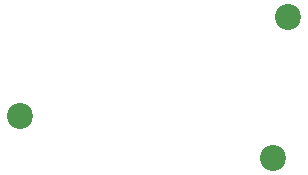
<source format=gts>
%TF.GenerationSoftware,KiCad,Pcbnew,7.0.10*%
%TF.CreationDate,2024-02-19T14:06:49+09:00*%
%TF.ProjectId,keyball-row-staggered-left,6b657962-616c-46c2-9d72-6f772d737461,rev?*%
%TF.SameCoordinates,Original*%
%TF.FileFunction,Soldermask,Top*%
%TF.FilePolarity,Negative*%
%FSLAX46Y46*%
G04 Gerber Fmt 4.6, Leading zero omitted, Abs format (unit mm)*
G04 Created by KiCad (PCBNEW 7.0.10) date 2024-02-19 14:06:49*
%MOMM*%
%LPD*%
G01*
G04 APERTURE LIST*
%ADD10C,2.200000*%
G04 APERTURE END LIST*
D10*
%TO.C,REF\u002A\u002A*%
X157378400Y-105867200D03*
%TD*%
%TO.C,REF\u002A\u002A*%
X134696200Y-114325400D03*
%TD*%
%TO.C,REF\u002A\u002A*%
X156108400Y-117830600D03*
%TD*%
M02*

</source>
